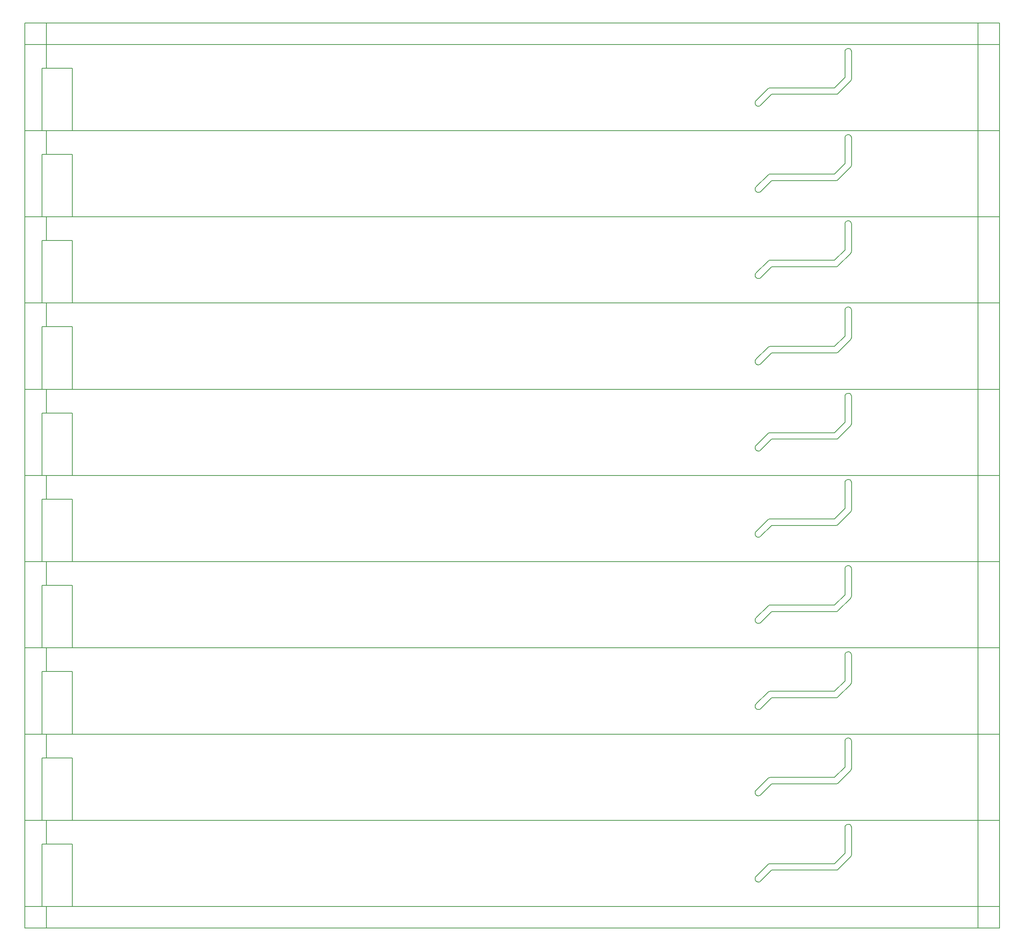
<source format=gko>
%FSLAX66Y66*%
%MOMM*%
%SFA1B1*%

%IPPOS*%
%ADD26C,0.150012*%
%LNgko-1*%
%LPD*%
G54D26*
X169549571Y11960352D02*
X172299375Y14709902D01*
X172404531Y14797786*
X172523911Y14864842*
X172653451Y14909038*
X172789087Y14928850*
X172829981Y14930120*
X187769245*
X190179959Y17340580*
Y23329900*
X190192405Y23466298*
X190229489Y23598124*
X190289941Y23721060*
X190371729Y23830788*
X190472059Y23924006*
X190587883Y23997412*
X190714883Y24048466*
X190848995Y24075644*
X190985901Y24077930*
X191121029Y24055324*
X191249553Y24008588*
X191367663Y23938992*
X191471041Y23849330*
X191556385Y23742396*
X191620901Y23621492*
X191662557Y23490936*
X191679575Y23355046*
X191680083Y23329900*
Y17029938*
X191667383Y16893540*
X191630299Y16761714*
X191570101Y16639032*
X191488313Y16529050*
X191460119Y16499332*
X188610747Y13649960*
X188505337Y13562330*
X188385957Y13495274*
X188256417Y13451078*
X188121035Y13431012*
X188079887Y13429996*
X173140623*
X170610275Y10899648*
X170505119Y10812018*
X170385739Y10745216*
X170255945Y10701020*
X170120563Y10681208*
X169983657Y10686288*
X169850053Y10716006*
X169724069Y10769854*
X169610023Y10845546*
X169511725Y10940796*
X169432223Y11052302*
X169374311Y11176254*
X169339767Y11308842*
X169330115Y11445494*
X169345355Y11581384*
X169385233Y11712448*
X169448225Y11834114*
X169532045Y11942318*
X169549571Y11960352*
X11000003Y19500088D02*
Y4999990D01*
X221000065*
Y24999950*
X4999990*
Y19500088*
X11000003*
X169549571Y31960312D02*
X172299375Y34710116D01*
X172404531Y34797746*
X172523911Y34864802*
X172653451Y34908998*
X172789087Y34928810*
X172829981Y34930080*
X187769245*
X190179959Y37340540*
Y43330114*
X190192405Y43466258*
X190229489Y43598084*
X190289941Y43721020*
X190371729Y43831002*
X190472059Y43923966*
X190587883Y43997372*
X190714883Y44048426*
X190848995Y44075604*
X190985901Y44077890*
X191121029Y44055284*
X191249553Y44008548*
X191367663Y43938952*
X191471041Y43849290*
X191556385Y43742356*
X191620901Y43621452*
X191662557Y43491150*
X191679575Y43355260*
X191680083Y43330114*
Y37029898*
X191667383Y36893754*
X191630299Y36761928*
X191570101Y36638992*
X191488313Y36529010*
X191460119Y36499292*
X188610747Y33649920*
X188505337Y33562290*
X188385957Y33495234*
X188256417Y33451038*
X188121035Y33431226*
X188079887Y33429956*
X173140623*
X170610275Y30899608*
X170505119Y30811978*
X170385739Y30745176*
X170255945Y30700980*
X170120563Y30681168*
X169983657Y30686248*
X169850053Y30716220*
X169724069Y30769814*
X169610023Y30845506*
X169511725Y30940756*
X169432223Y31052262*
X169374311Y31176214*
X169339767Y31308802*
X169330115Y31445454*
X169345355Y31581344*
X169385233Y31712408*
X169448225Y31834074*
X169532045Y31942278*
X169549571Y31960312*
X11000003Y39500048D02*
Y24999950D01*
X221000065*
Y44999910*
X4999990*
Y39500048*
X11000003*
X169549571Y51960272D02*
X172299375Y54710076D01*
X172404531Y54797706*
X172523911Y54864762*
X172653451Y54908958*
X172789087Y54928770*
X172829981Y54930040*
X187769245*
X190179959Y57340754*
Y63330074*
X190192405Y63466472*
X190229489Y63598044*
X190289941Y63720980*
X190371729Y63830962*
X190472059Y63923926*
X190587883Y63997332*
X190714883Y64048386*
X190848995Y64075564*
X190985901Y64077850*
X191121029Y64055244*
X191249553Y64008508*
X191367663Y63939166*
X191471041Y63849250*
X191556385Y63742316*
X191620901Y63621412*
X191662557Y63491110*
X191679575Y63355220*
X191680083Y63330074*
Y57030112*
X191667383Y56893714*
X191630299Y56761888*
X191570101Y56638952*
X191488313Y56529224*
X191460119Y56499252*
X188610747Y53649880*
X188505337Y53562250*
X188385957Y53495194*
X188256417Y53450998*
X188121035Y53431186*
X188079887Y53429916*
X173140623*
X170610275Y50899568*
X170505119Y50812192*
X170385739Y50745136*
X170255945Y50700940*
X170120563Y50681128*
X169983657Y50686208*
X169850053Y50716180*
X169724069Y50769774*
X169610023Y50845466*
X169511725Y50940716*
X169432223Y51052222*
X169374311Y51176174*
X169339767Y51308762*
X169330115Y51445414*
X169345355Y51581558*
X169385233Y51712368*
X169448225Y51834034*
X169532045Y51942238*
X169549571Y51960272*
X11000003Y59500008D02*
Y44999910D01*
X221000065*
Y65000124*
X4999990*
Y59500008*
X11000003*
X169549571Y71960232D02*
X172299375Y74710036D01*
X172404531Y74797666*
X172523911Y74864722*
X172653451Y74908918*
X172789087Y74928984*
X172829981Y74930000*
X187769245*
X190179959Y77340714*
Y83330034*
X190192405Y83466432*
X190229489Y83598258*
X190289941Y83720940*
X190371729Y83830922*
X190472059Y83924140*
X190587883Y83997292*
X190714883Y84048346*
X190848995Y84075524*
X190985901Y84077810*
X191121029Y84055204*
X191249553Y84008468*
X191367663Y83939126*
X191471041Y83849210*
X191556385Y83742276*
X191620901Y83621626*
X191662557Y83491070*
X191679575Y83355180*
X191680083Y83330034*
Y77030072*
X191667383Y76893674*
X191630299Y76761848*
X191570101Y76638912*
X191488313Y76529184*
X191460119Y76499466*
X188610747Y73650094*
X188505337Y73562210*
X188385957Y73495154*
X188256417Y73450958*
X188121035Y73431146*
X188079887Y73429876*
X173140623*
X170610275Y70899782*
X170505119Y70812152*
X170385739Y70745096*
X170255945Y70700900*
X170120563Y70681088*
X169983657Y70686168*
X169850053Y70716140*
X169724069Y70769734*
X169610023Y70845426*
X169511725Y70940676*
X169432223Y71052182*
X169374311Y71176388*
X169339767Y71308722*
X169330115Y71445374*
X169345355Y71581518*
X169385233Y71712582*
X169448225Y71833994*
X169532045Y71942198*
X169549571Y71960232*
X11000003Y79499968D02*
Y65000124D01*
X221000065*
Y85000084*
X4999990*
Y79499968*
X11000003*
X169549571Y91960446D02*
X172299375Y94709996D01*
X172404531Y94797626*
X172523911Y94864682*
X172653451Y94908878*
X172789087Y94928944*
X172829981Y94929960*
X187769245*
X190179959Y97340674*
Y103329994*
X190192405Y103466392*
X190229489Y103598218*
X190289941Y103721154*
X190371729Y103830882*
X190472059Y103924100*
X190587883Y103997252*
X190714883Y104048560*
X190848995Y104075738*
X190985901Y104078024*
X191121029Y104055164*
X191249553Y104008428*
X191367663Y103939086*
X191471041Y103849424*
X191556385Y103742236*
X191620901Y103621586*
X191662557Y103491030*
X191679575Y103355140*
X191680083Y103329994*
Y97030032*
X191667383Y96893634*
X191630299Y96761808*
X191570101Y96638872*
X191488313Y96529144*
X191460119Y96499426*
X188610747Y93650054*
X188505337Y93562424*
X188385957Y93495368*
X188256417Y93451172*
X188121035Y93431106*
X188079887Y93430090*
X173140623*
X170610275Y90899742*
X170505119Y90812112*
X170385739Y90745056*
X170255945Y90700860*
X170120563Y90681048*
X169983657Y90686128*
X169850053Y90716100*
X169724069Y90769694*
X169610023Y90845386*
X169511725Y90940636*
X169432223Y91052142*
X169374311Y91176348*
X169339767Y91308936*
X169330115Y91445334*
X169345355Y91581478*
X169385233Y91712542*
X169448225Y91834208*
X169532045Y91942158*
X169549571Y91960446*
X11000003Y99499928D02*
Y85000084D01*
X221000065*
Y105000018*
X4999990*
Y99499928*
X11000003*
X169549571Y111960380D02*
X172299375Y114709930D01*
X172404531Y114797560*
X172523911Y114864616*
X172653451Y114908812*
X172789087Y114928878*
X172829981Y114929894*
X187769245*
X190179959Y117340608*
Y123329928*
X190192405Y123466326*
X190229489Y123598152*
X190289941Y123721088*
X190371729Y123830816*
X190472059Y123924034*
X190587883Y123997440*
X190714883Y124048494*
X190848995Y124075672*
X190985901Y124077958*
X191121029Y124055352*
X191249553Y124008362*
X191367663Y123939020*
X191471041Y123849358*
X191556385Y123742170*
X191620901Y123621520*
X191662557Y123490964*
X191679575Y123355074*
X191680083Y123329928*
Y117029966*
X191667383Y116893568*
X191630299Y116761742*
X191570101Y116639060*
X191488313Y116529078*
X191460119Y116499360*
X188610747Y113649988*
X188505337Y113562358*
X188385957Y113495302*
X188256417Y113451106*
X188121035Y113431040*
X188079887Y113430024*
X173140623*
X170610275Y110899676*
X170505119Y110812046*
X170385739Y110744990*
X170255945Y110701048*
X170120563Y110680982*
X169983657Y110686062*
X169850053Y110716034*
X169724069Y110769882*
X169610023Y110845574*
X169511725Y110940570*
X169432223Y111052076*
X169374311Y111176282*
X169339767Y111308870*
X169330115Y111445268*
X169345355Y111581412*
X169385233Y111712476*
X169448225Y111834142*
X169532045Y111942092*
X169549571Y111960380*
X11000003Y119499862D02*
Y105000018D01*
X221000065*
Y124999978*
X4999990*
Y119499862*
X11000003*
X169549571Y131960340D02*
X172299375Y134709890D01*
X172404531Y134797520*
X172523911Y134864576*
X172653451Y134909026*
X172789087Y134928838*
X172829981Y134929854*
X187769245*
X190179959Y137340568*
Y143329888*
X190192405Y143466286*
X190229489Y143598112*
X190289941Y143721048*
X190371729Y143830776*
X190472059Y143923994*
X190587883Y143997400*
X190714883Y144048454*
X190848995Y144075632*
X190985901Y144077918*
X191121029Y144055312*
X191249553Y144008576*
X191367663Y143938980*
X191471041Y143849318*
X191556385Y143742384*
X191620901Y143621480*
X191662557Y143490924*
X191679575Y143355034*
X191680083Y143329888*
Y137029926*
X191667383Y136893528*
X191630299Y136761702*
X191570101Y136639020*
X191488313Y136529038*
X191460119Y136499320*
X188610747Y133649948*
X188505337Y133562318*
X188385957Y133495262*
X188256417Y133451066*
X188121035Y133431000*
X188079887Y133429984*
X173140623*
X170610275Y130899636*
X170505119Y130812006*
X170385739Y130745204*
X170255945Y130701008*
X170120563Y130681196*
X169983657Y130686276*
X169850053Y130715994*
X169724069Y130769842*
X169610023Y130845534*
X169511725Y130940784*
X169432223Y131052036*
X169374311Y131176242*
X169339767Y131308830*
X169330115Y131445482*
X169345355Y131581372*
X169385233Y131712436*
X169448225Y131834102*
X169532045Y131942306*
X169549571Y131960340*
X11000003Y139500076D02*
Y124999978D01*
X221000065*
Y144999938*
X4999990*
Y139500076*
X11000003*
X169549571Y151960300D02*
X172299375Y154710104D01*
X172404531Y154797734*
X172523911Y154864790*
X172653451Y154908986*
X172789087Y154928798*
X172829981Y154930068*
X187769245*
X190179959Y157340528*
Y163329848*
X190192405Y163466246*
X190229489Y163598072*
X190289941Y163721008*
X190371729Y163830736*
X190472059Y163923954*
X190587883Y163997360*
X190714883Y164048414*
X190848995Y164075592*
X190985901Y164077878*
X191121029Y164055272*
X191249553Y164008536*
X191367663Y163938940*
X191471041Y163849278*
X191556385Y163742344*
X191620901Y163621440*
X191662557Y163490884*
X191679575Y163355248*
X191680083Y163329848*
Y157029886*
X191667383Y156893742*
X191630299Y156761916*
X191570101Y156638980*
X191488313Y156528998*
X191460119Y156499280*
X188610747Y153649908*
X188505337Y153562278*
X188385957Y153495222*
X188256417Y153451026*
X188121035Y153431214*
X188079887Y153429944*
X173140623*
X170610275Y150899596*
X170505119Y150811966*
X170385739Y150745164*
X170255945Y150700968*
X170120563Y150681156*
X169983657Y150686236*
X169850053Y150715954*
X169724069Y150769802*
X169610023Y150845494*
X169511725Y150940744*
X169432223Y151052250*
X169374311Y151176202*
X169339767Y151308790*
X169330115Y151445442*
X169345355Y151581332*
X169385233Y151712396*
X169448225Y151834062*
X169532045Y151942266*
X169549571Y151960300*
X11000003Y159500036D02*
Y144999938D01*
X221000065*
Y164999898*
X4999990*
Y159500036*
X11000003*
X169549571Y171960260D02*
X172299375Y174710064D01*
X172404531Y174797694*
X172523911Y174864750*
X172653451Y174908946*
X172789087Y174928758*
X172829981Y174930028*
X187769245*
X190179959Y177340742*
Y183330062*
X190192405Y183466206*
X190229489Y183598032*
X190289941Y183720968*
X190371729Y183830950*
X190472059Y183923914*
X190587883Y183997320*
X190714883Y184048374*
X190848995Y184075552*
X190985901Y184077838*
X191121029Y184055232*
X191249553Y184008496*
X191367663Y183938900*
X191471041Y183849238*
X191556385Y183742304*
X191620901Y183621400*
X191662557Y183491098*
X191679575Y183355208*
X191680083Y183330062*
Y177030100*
X191667383Y176893702*
X191630299Y176761876*
X191570101Y176638940*
X191488313Y176529212*
X191460119Y176499240*
X188610747Y173649868*
X188505337Y173562238*
X188385957Y173495182*
X188256417Y173450986*
X188121035Y173431174*
X188079887Y173429904*
X173140623*
X170610275Y170899556*
X170505119Y170812180*
X170385739Y170745124*
X170255945Y170700928*
X170120563Y170681116*
X169983657Y170686196*
X169850053Y170716168*
X169724069Y170769762*
X169610023Y170845454*
X169511725Y170940704*
X169432223Y171052210*
X169374311Y171176162*
X169339767Y171308750*
X169330115Y171445402*
X169345355Y171581546*
X169385233Y171712356*
X169448225Y171834022*
X169532045Y171942226*
X169549571Y171960260*
X11000003Y179499996D02*
Y164999898D01*
X221000065*
Y184999858*
X4999990*
Y179499996*
X11000003*
X169549571Y191960220D02*
X172299375Y194710024D01*
X172404531Y194797654*
X172523911Y194864710*
X172653451Y194908906*
X172789087Y194928972*
X172829981Y194929988*
X187769245*
X190179959Y197340702*
Y203330022*
X190192405Y203466420*
X190229489Y203598246*
X190289941Y203720928*
X190371729Y203830910*
X190472059Y203923874*
X190587883Y203997280*
X190714883Y204048334*
X190848995Y204075512*
X190985901Y204077798*
X191121029Y204055192*
X191249553Y204008456*
X191367663Y203939114*
X191471041Y203849198*
X191556385Y203742264*
X191620901Y203621614*
X191662557Y203491058*
X191679575Y203355168*
X191680083Y203330022*
Y197030060*
X191667383Y196893662*
X191630299Y196761836*
X191570101Y196638900*
X191488313Y196529172*
X191460119Y196499454*
X188610747Y193649828*
X188505337Y193562198*
X188385957Y193495142*
X188256417Y193450946*
X188121035Y193431134*
X188079887Y193429864*
X173140623*
X170610275Y190899770*
X170505119Y190812140*
X170385739Y190745084*
X170255945Y190700888*
X170120563Y190681076*
X169983657Y190686156*
X169850053Y190716128*
X169724069Y190769722*
X169610023Y190845414*
X169511725Y190940664*
X169432223Y191052170*
X169374311Y191176122*
X169339767Y191308710*
X169330115Y191445362*
X169345355Y191581506*
X169385233Y191712570*
X169448225Y191833982*
X169532045Y191942186*
X169549571Y191960220*
X11000003Y199499956D02*
Y184999858D01*
X221000065*
Y205000072*
X4999990*
Y199499956*
X11000003*
X0Y4999990D02*
X3999992D01*
X4999990Y205000072D02*
X0D01*
Y4999990*
Y24999950D02*
X4999990D01*
X0Y44999910D02*
X4999990D01*
X0Y65000124D02*
X4999990D01*
X0Y85000084D02*
X4999990D01*
X0Y105000018D02*
X4999990D01*
X0Y124999978D02*
X4999990D01*
X0Y144999938D02*
X4999990D01*
X0Y164999898D02*
X4999990D01*
X0Y184999858D02*
X4999990D01*
X221000065Y4999990D02*
X226000055D01*
Y205000072*
X221000065*
Y4999990*
Y24999950D02*
X226000055D01*
X221000065Y44999910D02*
X226000055D01*
X221000065Y65000124D02*
X226000055D01*
X221000065Y85000084D02*
X226000055D01*
X221000065Y105000018D02*
X226000055D01*
X221000065Y124999978D02*
X226000055D01*
X221000065Y144999938D02*
X226000055D01*
X221000065Y164999898D02*
X226000055D01*
X221000065Y184999858D02*
X226000055D01*
X4999990Y19500088D02*
X3999992D01*
Y4999990*
X4999990Y39500048D02*
X3999992D01*
Y24999950*
X4999990Y59500008D02*
X3999992D01*
Y44999910*
X4999990Y79499968D02*
X3999992D01*
Y65000124*
X4999990Y99499928D02*
X3999992D01*
Y85000084*
X4999990Y119499862D02*
X3999992D01*
Y105000018*
X4999990Y139500076D02*
X3999992D01*
Y124999978*
X4999990Y159500036D02*
X3999992D01*
Y144999938*
X4999990Y179499996D02*
X3999992D01*
Y164999898*
X4999990Y199499956D02*
X3999992D01*
Y184999858*
X0Y0D02*
X226000055D01*
Y4999990*
X0*
Y0*
Y205000072D02*
X226000055D01*
Y210000062*
X0*
Y205000072*
X4999990D02*
Y210000062D01*
Y4999990D02*
Y0D01*
X221000065Y4999990D02*
Y0D01*
Y205000072D02*
Y210000062D01*
M02*
</source>
